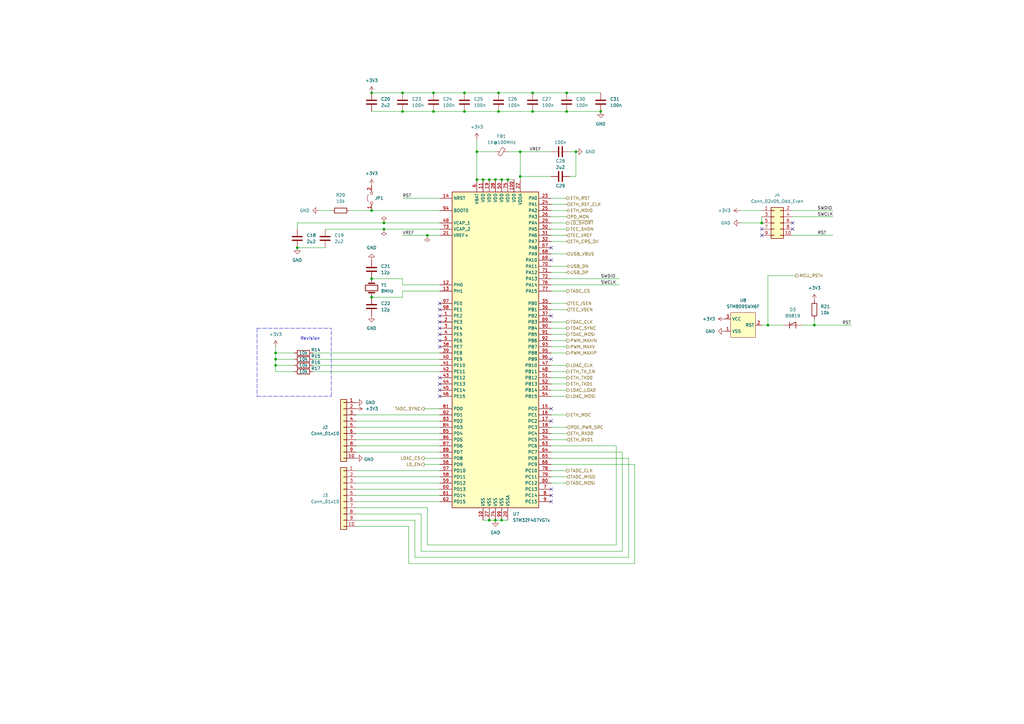
<source format=kicad_sch>
(kicad_sch (version 20211123) (generator eeschema)
  (paper "A3")
  (title_block (title "Kirdy") (date "2022-07-03") (rev "r0.1") (company "M-Labs") (comment 1 "Alex Wong Tat Hang"))
  (lib_symbols
    (symbol "Connector_Generic:Conn_01x10" (pin_names (offset 1.016) hide)
      (property "Reference" "J" (at 0 12.7 0))
      (property "Value" "Conn_01x10" (at 0 -15.24 0))
      (symbol "Conn_01x10_1_1"
        (rectangle (start -1.27 -12.573) (end 0 -12.827) (stroke (width 0.1524)))
        (rectangle (start -1.27 -10.033) (end 0 -10.287) (stroke (width 0.1524)))
        (rectangle (start -1.27 -7.493) (end 0 -7.747) (stroke (width 0.1524)))
        (rectangle (start -1.27 -4.953) (end 0 -5.207) (stroke (width 0.1524)))
        (rectangle (start -1.27 -2.413) (end 0 -2.667) (stroke (width 0.1524)))
        (rectangle (start -1.27 0.127) (end 0 -0.127) (stroke (width 0.1524)))
        (rectangle (start -1.27 2.667) (end 0 2.413) (stroke (width 0.1524)))
        (rectangle (start -1.27 5.207) (end 0 4.953) (stroke (width 0.1524)))
        (rectangle (start -1.27 7.747) (end 0 7.493) (stroke (width 0.1524)))
        (rectangle (start -1.27 10.287) (end 0 10.033) (stroke (width 0.1524)))
        (rectangle (start -1.27 11.43) (end 1.27 -13.97) (stroke (width 0.254)) (fill (type background)))
        (pin passive line (at -5.08 10.16 0) (length 3.81) (name "Pin_1") (number "1"))
        (pin passive line (at -5.08 -12.7 0) (length 3.81) (name "Pin_10") (number "10"))
        (pin passive line (at -5.08 7.62 0) (length 3.81) (name "Pin_2") (number "2"))
        (pin passive line (at -5.08 5.08 0) (length 3.81) (name "Pin_3") (number "3"))
        (pin passive line (at -5.08 2.54 0) (length 3.81) (name "Pin_4") (number "4"))
        (pin passive line (at -5.08 0 0) (length 3.81) (name "Pin_5") (number "5"))
        (pin passive line (at -5.08 -2.54 0) (length 3.81) (name "Pin_6") (number "6"))
        (pin passive line (at -5.08 -5.08 0) (length 3.81) (name "Pin_7") (number "7"))
        (pin passive line (at -5.08 -7.62 0) (length 3.81) (name "Pin_8") (number "8"))
        (pin passive line (at -5.08 -10.16 0) (length 3.81) (name "Pin_9") (number "9"))
      )
    )
    (symbol "Connector_Generic:Conn_02x05_Odd_Even" (pin_names (offset 1.016) hide)
      (property "Reference" "J" (at 1.27 7.62 0))
      (property "Value" "Conn_02x05_Odd_Even" (at 1.27 -7.62 0))
      (symbol "Conn_02x05_Odd_Even_1_1"
        (rectangle (start -1.27 -4.953) (end 0 -5.207) (stroke (width 0.1524)))
        (rectangle (start -1.27 -2.413) (end 0 -2.667) (stroke (width 0.1524)))
        (rectangle (start -1.27 0.127) (end 0 -0.127) (stroke (width 0.1524)))
        (rectangle (start -1.27 2.667) (end 0 2.413) (stroke (width 0.1524)))
        (rectangle (start -1.27 5.207) (end 0 4.953) (stroke (width 0.1524)))
        (rectangle (start -1.27 6.35) (end 3.81 -6.35) (stroke (width 0.254)) (fill (type background)))
        (rectangle (start 3.81 -4.953) (end 2.54 -5.207) (stroke (width 0.1524)))
        (rectangle (start 3.81 -2.413) (end 2.54 -2.667) (stroke (width 0.1524)))
        (rectangle (start 3.81 0.127) (end 2.54 -0.127) (stroke (width 0.1524)))
        (rectangle (start 3.81 2.667) (end 2.54 2.413) (stroke (width 0.1524)))
        (rectangle (start 3.81 5.207) (end 2.54 4.953) (stroke (width 0.1524)))
        (pin passive line (at -5.08 5.08 0) (length 3.81) (name "Pin_1") (number "1"))
        (pin passive line (at 7.62 -5.08 180) (length 3.81) (name "Pin_10") (number "10"))
        (pin passive line (at 7.62 5.08 180) (length 3.81) (name "Pin_2") (number "2"))
        (pin passive line (at -5.08 2.54 0) (length 3.81) (name "Pin_3") (number "3"))
        (pin passive line (at 7.62 2.54 180) (length 3.81) (name "Pin_4") (number "4"))
        (pin passive line (at -5.08 0 0) (length 3.81) (name "Pin_5") (number "5"))
        (pin passive line (at 7.62 0 180) (length 3.81) (name "Pin_6") (number "6"))
        (pin passive line (at -5.08 -2.54 0) (length 3.81) (name "Pin_7") (number "7"))
        (pin passive line (at 7.62 -2.54 180) (length 3.81) (name "Pin_8") (number "8"))
        (pin passive line (at -5.08 -5.08 0) (length 3.81) (name "Pin_9") (number "9"))
      )
    )
    (symbol "Device:C" (pin_numbers hide) (pin_names (offset 0.254))
      (property "Reference" "C" (at 0.635 2.54 0))
      (property "Value" "C" (at 0.635 -2.54 0))
      (symbol "C_0_1"
        (polyline (pts (xy -2.032 -0.762) (xy 2.032 -0.762)) (stroke (width 0.508)))
        (polyline (pts (xy -2.032 0.762) (xy 2.032 0.762)) (stroke (width 0.508)))
      )
      (symbol "C_1_1"
        (pin passive line (at 0 3.81 270) (length 2.794) (name "~") (number "1"))
        (pin passive line (at 0 -3.81 90) (length 2.794) (name "~") (number "2"))
      )
    )
    (symbol "Device:Crystal" (pin_numbers hide) (pin_names (offset 1.016) hide)
      (property "Reference" "Y" (at 0 3.81 0))
      (property "Value" "Crystal" (at 0 -3.81 0))
      (symbol "Crystal_0_1"
        (rectangle (start -1.143 2.54) (end 1.143 -2.54) (stroke (width 0.3048)))
        (polyline (pts (xy -2.54 0) (xy -1.905 0)))
        (polyline (pts (xy -1.905 -1.27) (xy -1.905 1.27)) (stroke (width 0.508)))
        (polyline (pts (xy 1.905 -1.27) (xy 1.905 1.27)) (stroke (width 0.508)))
        (polyline (pts (xy 2.54 0) (xy 1.905 0)))
      )
      (symbol "Crystal_1_1"
        (pin passive line (at -3.81 0 0) (length 1.27) (name "1") (number "1"))
        (pin passive line (at 3.81 0 180) (length 1.27) (name "2") (number "2"))
      )
    )
    (symbol "Device:D_Shockley" (pin_numbers hide) (pin_names (offset 1.016) hide)
      (property "Reference" "D" (at 0 2.54 0))
      (property "Value" "D_Shockley" (at 0 -2.54 0))
      (symbol "D_Shockley_0_1"
        (polyline (pts (xy -1.27 0) (xy 1.27 0)))
        (polyline (pts (xy -1.27 1.27) (xy -1.27 -1.27)) (stroke (width 0.254)))
        (polyline (pts (xy -1.27 0) (xy 1.27 1.27) (xy 1.27 -1.27)) (stroke (width 0.254)))
      )
      (symbol "D_Shockley_1_1"
        (pin passive line (at -3.81 0 0) (length 2.54) (name "K") (number "1"))
        (pin passive line (at 3.81 0 180) (length 2.54) (name "A") (number "2"))
      )
    )
    (symbol "Device:FerriteBead_Small" (pin_numbers hide) (pin_names (offset 0))
      (property "Reference" "FB" (at 1.905 1.27 0))
      (property "Value" "FerriteBead_Small" (at 1.905 -1.27 0))
      (symbol "FerriteBead_Small_0_1"
        (polyline (pts (xy 0 -1.27) (xy 0 -0.7874)))
        (polyline (pts (xy 0 0.889) (xy 0 1.2954)))
        (polyline (pts (xy -1.8288 0.2794) (xy -1.1176 1.4986) (xy 1.8288 -0.2032) (xy 1.1176 -1.4224) (xy -1.8288 0.2794)))
      )
      (symbol "FerriteBead_Small_1_1"
        (pin passive line (at 0 2.54 270) (length 1.27) (name "~") (number "1"))
        (pin passive line (at 0 -2.54 90) (length 1.27) (name "~") (number "2"))
      )
    )
    (symbol "Device:R" (pin_numbers hide) (pin_names (offset 0))
      (property "Reference" "R" (at 2.032 0 90))
      (property "Value" "R" (at 0 0 90))
      (symbol "R_0_1"
        (rectangle (start -1.016 -2.54) (end 1.016 2.54) (stroke (width 0.254)))
      )
      (symbol "R_1_1"
        (pin passive line (at 0 3.81 270) (length 1.27) (name "~") (number "1"))
        (pin passive line (at 0 -3.81 90) (length 1.27) (name "~") (number "2"))
      )
    )
    (symbol "Jumper:Jumper_2_Open" (pin_names (offset 0) hide)
      (property "Reference" "JP" (at 0 2.794 0))
      (property "Value" "Jumper_2_Open" (at 0 -2.286 0))
      (symbol "Jumper_2_Open_0_0"
        (circle (center -2.032 0) (radius 0.508))
        (circle (center 2.032 0) (radius 0.508))
      )
      (symbol "Jumper_2_Open_0_1"
        (arc (start 1.524 1.27) (mid 0 1.778) (end -1.524 1.27))
      )
      (symbol "Jumper_2_Open_1_1"
        (pin passive line (at -5.08 0 0) (length 2.54) (name "A") (number "1"))
        (pin passive line (at 5.08 0 180) (length 2.54) (name "B") (number "2"))
      )
    )
    (symbol "MCU_ST_STM32F4:STM32F407VGTx"
      (property "Reference" "U" (at -17.78 64.77 0))
      (property "Value" "STM32F407VGTx" (at 12.7 64.77 0))
      (symbol "STM32F407VGTx_0_1"
        (rectangle (start -17.78 -66.04) (end 17.78 63.5) (stroke (width 0.254)) (fill (type background)))
      )
      (symbol "STM32F407VGTx_1_1"
        (pin bidirectional line (at -22.86 12.7 0) (length 5.08) (name "PE2") (number "1"))
        (pin power_in line (at -5.08 -71.12 90) (length 5.08) (name "VSS") (number "10"))
        (pin power_in line (at 7.62 68.58 270) (length 5.08) (name "VDD") (number "100"))
        (pin power_in line (at -5.08 68.58 270) (length 5.08) (name "VDD") (number "11"))
        (pin input line (at -22.86 25.4 0) (length 5.08) (name "PH0") (number "12"))
        (pin input line (at -22.86 22.86 0) (length 5.08) (name "PH1") (number "13"))
        (pin input line (at -22.86 60.96 0) (length 5.08) (name "NRST") (number "14"))
        (pin bidirectional line (at 22.86 -25.4 180) (length 5.08) (name "PC0") (number "15"))
        (pin bidirectional line (at 22.86 -27.94 180) (length 5.08) (name "PC1") (number "16"))
        (pin bidirectional line (at 22.86 -30.48 180) (length 5.08) (name "PC2") (number "17"))
        (pin bidirectional line (at 22.86 -33.02 180) (length 5.08) (name "PC3") (number "18"))
        (pin power_in line (at -2.54 68.58 270) (length 5.08) (name "VDD") (number "19"))
        (pin bidirectional line (at -22.86 10.16 0) (length 5.08) (name "PE3") (number "2"))
        (pin power_in line (at 5.08 -71.12 90) (length 5.08) (name "VSSA") (number "20"))
        (pin power_in line (at -22.86 45.72 0) (length 5.08) (name "VREF+") (number "21"))
        (pin power_in line (at 10.16 68.58 270) (length 5.08) (name "VDDA") (number "22"))
        (pin bidirectional line (at 22.86 60.96 180) (length 5.08) (name "PA0") (number "23"))
        (pin bidirectional line (at 22.86 58.42 180) (length 5.08) (name "PA1") (number "24"))
        (pin bidirectional line (at 22.86 55.88 180) (length 5.08) (name "PA2") (number "25"))
        (pin bidirectional line (at 22.86 53.34 180) (length 5.08) (name "PA3") (number "26"))
        (pin power_in line (at -2.54 -71.12 90) (length 5.08) (name "VSS") (number "27"))
        (pin power_in line (at 0 68.58 270) (length 5.08) (name "VDD") (number "28"))
        (pin bidirectional line (at 22.86 50.8 180) (length 5.08) (name "PA4") (number "29"))
        (pin bidirectional line (at -22.86 7.62 0) (length 5.08) (name "PE4") (number "3"))
        (pin bidirectional line (at 22.86 48.26 180) (length 5.08) (name "PA5") (number "30"))
        (pin bidirectional line (at 22.86 45.72 180) (length 5.08) (name "PA6") (number "31"))
        (pin bidirectional line (at 22.86 43.18 180) (length 5.08) (name "PA7") (number "32"))
        (pin bidirectional line (at 22.86 -35.56 180) (length 5.08) (name "PC4") (number "33"))
        (pin bidirectional line (at 22.86 -38.1 180) (length 5.08) (name "PC5") (number "34"))
        (pin bidirectional line (at 22.86 17.78 180) (length 5.08) (name "PB0") (number "35"))
        (pin bidirectional line (at 22.86 15.24 180) (length 5.08) (name "PB1") (number "36"))
        (pin bidirectional line (at 22.86 12.7 180) (length 5.08) (name "PB2") (number "37"))
        (pin bidirectional line (at -22.86 0 0) (length 5.08) (name "PE7") (number "38"))
        (pin bidirectional line (at -22.86 -2.54 0) (length 5.08) (name "PE8") (number "39"))
        (pin bidirectional line (at -22.86 5.08 0) (length 5.08) (name "PE5") (number "4"))
        (pin bidirectional line (at -22.86 -5.08 0) (length 5.08) (name "PE9") (number "40"))
        (pin bidirectional line (at -22.86 -7.62 0) (length 5.08) (name "PE10") (number "41"))
        (pin bidirectional line (at -22.86 -10.16 0) (length 5.08) (name "PE11") (number "42"))
        (pin bidirectional line (at -22.86 -12.7 0) (length 5.08) (name "PE12") (number "43"))
        (pin bidirectional line (at -22.86 -15.24 0) (length 5.08) (name "PE13") (number "44"))
        (pin bidirectional line (at -22.86 -17.78 0) (length 5.08) (name "PE14") (number "45"))
        (pin bidirectional line (at -22.86 -20.32 0) (length 5.08) (name "PE15") (number "46"))
        (pin bidirectional line (at 22.86 -7.62 180) (length 5.08) (name "PB10") (number "47"))
        (pin bidirectional line (at 22.86 -10.16 180) (length 5.08) (name "PB11") (number "48"))
        (pin power_in line (at -22.86 50.8 0) (length 5.08) (name "VCAP_1") (number "49"))
        (pin bidirectional line (at -22.86 2.54 0) (length 5.08) (name "PE6") (number "5"))
        (pin power_in line (at 2.54 68.58 270) (length 5.08) (name "VDD") (number "50"))
        (pin bidirectional line (at 22.86 -12.7 180) (length 5.08) (name "PB12") (number "51"))
        (pin bidirectional line (at 22.86 -15.24 180) (length 5.08) (name "PB13") (number "52"))
        (pin bidirectional line (at 22.86 -17.78 180) (length 5.08) (name "PB14") (number "53"))
        (pin bidirectional line (at 22.86 -20.32 180) (length 5.08) (name "PB15") (number "54"))
        (pin bidirectional line (at -22.86 -45.72 0) (length 5.08) (name "PD8") (number "55"))
        (pin bidirectional line (at -22.86 -48.26 0) (length 5.08) (name "PD9") (number "56"))
        (pin bidirectional line (at -22.86 -50.8 0) (length 5.08) (name "PD10") (number "57"))
        (pin bidirectional line (at -22.86 -53.34 0) (length 5.08) (name "PD11") (number "58"))
        (pin bidirectional line (at -22.86 -55.88 0) (length 5.08) (name "PD12") (number "59"))
        (pin power_in line (at -7.62 68.58 270) (length 5.08) (name "VBAT") (number "6"))
        (pin bidirectional line (at -22.86 -58.42 0) (length 5.08) (name "PD13") (number "60"))
        (pin bidirectional line (at -22.86 -60.96 0) (length 5.08) (name "PD14") (number "61"))
        (pin bidirectional line (at -22.86 -63.5 0) (length 5.08) (name "PD15") (number "62"))
        (pin bidirectional line (at 22.86 -40.64 180) (length 5.08) (name "PC6") (number "63"))
        (pin bidirectional line (at 22.86 -43.18 180) (length 5.08) (name "PC7") (number "64"))
        (pin bidirectional line (at 22.86 -45.72 180) (length 5.08) (name "PC8") (number "65"))
        (pin bidirectional line (at 22.86 -48.26 180) (length 5.08) (name "PC9") (number "66"))
        (pin bidirectional line (at 22.86 40.64 180) (length 5.08) (name "PA8") (number "67"))
        (pin bidirectional line (at 22.86 38.1 180) (length 5.08) (name "PA9") (number "68"))
        (pin bidirectional line (at 22.86 35.56 180) (length 5.08) (name "PA10") (number "69"))
        (pin bidirectional line (at 22.86 -58.42 180) (length 5.08) (name "PC13") (number "7"))
        (pin bidirectional line (at 22.86 33.02 180) (length 5.08) (name "PA11") (number "70"))
        (pin bidirectional line (at 22.86 30.48 180) (length 5.08) (name "PA12") (number "71"))
        (pin bidirectional line (at 22.86 27.94 180) (length 5.08) (name "PA13") (number "72"))
        (pin power_in line (at -22.86 48.26 0) (length 5.08) (name "VCAP_2") (number "73"))
        (pin power_in line (at 0 -71.12 90) (length 5.08) (name "VSS") (number "74"))
        (pin power_in line (at 5.08 68.58 270) (length 5.08) (name "VDD") (number "75"))
        (pin bidirectional line (at 22.86 25.4 180) (length 5.08) (name "PA14") (number "76"))
        (pin bidirectional line (at 22.86 22.86 180) (length 5.08) (name "PA15") (number "77"))
        (pin bidirectional line (at 22.86 -50.8 180) (length 5.08) (name "PC10") (number "78"))
        (pin bidirectional line (at 22.86 -53.34 180) (length 5.08) (name "PC11") (number "79"))
        (pin bidirectional line (at 22.86 -60.96 180) (length 5.08) (name "PC14") (number "8"))
        (pin bidirectional line (at 22.86 -55.88 180) (length 5.08) (name "PC12") (number "80"))
        (pin bidirectional line (at -22.86 -25.4 0) (length 5.08) (name "PD0") (number "81"))
        (pin bidirectional line (at -22.86 -27.94 0) (length 5.08) (name "PD1") (number "82"))
        (pin bidirectional line (at -22.86 -30.48 0) (length 5.08) (name "PD2") (number "83"))
        (pin bidirectional line (at -22.86 -33.02 0) (length 5.08) (name "PD3") (number "84"))
        (pin bidirectional line (at -22.86 -35.56 0) (length 5.08) (name "PD4") (number "85"))
        (pin bidirectional line (at -22.86 -38.1 0) (length 5.08) (name "PD5") (number "86"))
        (pin bidirectional line (at -22.86 -40.64 0) (length 5.08) (name "PD6") (number "87"))
        (pin bidirectional line (at -22.86 -43.18 0) (length 5.08) (name "PD7") (number "88"))
        (pin bidirectional line (at 22.86 10.16 180) (length 5.08) (name "PB3") (number "89"))
        (pin bidirectional line (at 22.86 -63.5 180) (length 5.08) (name "PC15") (number "9"))
        (pin bidirectional line (at 22.86 7.62 180) (length 5.08) (name "PB4") (number "90"))
        (pin bidirectional line (at 22.86 5.08 180) (length 5.08) (name "PB5") (number "91"))
        (pin bidirectional line (at 22.86 2.54 180) (length 5.08) (name "PB6") (number "92"))
        (pin bidirectional line (at 22.86 0 180) (length 5.08) (name "PB7") (number "93"))
        (pin input line (at -22.86 55.88 0) (length 5.08) (name "BOOT0") (number "94"))
        (pin bidirectional line (at 22.86 -2.54 180) (length 5.08) (name "PB8") (number "95"))
        (pin bidirectional line (at 22.86 -5.08 180) (length 5.08) (name "PB9") (number "96"))
        (pin bidirectional line (at -22.86 17.78 0) (length 5.08) (name "PE0") (number "97"))
        (pin bidirectional line (at -22.86 15.24 0) (length 5.08) (name "PE1") (number "98"))
        (pin power_in line (at 2.54 -71.12 90) (length 5.08) (name "VSS") (number "99"))
      )
    )
    (symbol "kirdy:STM809SWX6F"
      (property "Reference" "U" (at 0 -10.16 0))
      (property "Value" "STM809SWX6F" (at 0 -7.62 0))
      (symbol "STM809SWX6F_0_0"
        (pin power_in line (at -7.62 -2.54 0) (length 2.54) (name "VSS") (number "1"))
        (pin output line (at 7.62 0 180) (length 2.54) (name "RST") (number "2"))
        (pin power_in line (at -7.62 2.54 0) (length 2.54) (name "VCC") (number "3"))
      )
      (symbol "STM809SWX6F_0_1"
        (rectangle (start -5.08 5.08) (end 5.08 -5.08) (fill (type background)))
      )
    )
    (symbol "power:+3V3" (power) (pin_names (offset 0))
      (property "Value" "+3V3" (at 0 3.556 0))
      (symbol "+3V3_0_1"
        (polyline (pts (xy -0.762 1.27) (xy 0 2.54)))
        (polyline (pts (xy 0 0) (xy 0 2.54)))
        (polyline (pts (xy 0 2.54) (xy 0.762 1.27)))
      )
      (symbol "+3V3_1_1"
        (pin power_in line (at 0 0 90) (length 0) hide (name "+3V3") (number "1"))
      )
    )
    (symbol "power:GND" (power) (pin_names (offset 0))
      (property "Value" "GND" (at 0 -3.81 0))
      (symbol "GND_0_1"
        (polyline (pts (xy 0 0) (xy 0 -1.27) (xy 1.27 -1.27) (xy 0 -2.54) (xy -1.27 -1.27) (xy 0 -1.27)))
      )
      (symbol "GND_1_1"
        (pin power_in line (at 0 0 270) (length 0) hide (name "GND") (number "1"))
      )
    )
    (symbol "power:PWR_FLAG" (power) (pin_numbers hide) (pin_names (offset 0) hide)
      (property "Value" "PWR_FLAG" (at 0 3.81 0))
      (symbol "PWR_FLAG_0_0"
        (pin power_out line (at 0 0 90) (length 0) (name "pwr") (number "1"))
      )
      (symbol "PWR_FLAG_0_1"
        (polyline (pts (xy 0 0) (xy 0 1.27) (xy -1.016 1.905) (xy 0 2.54) (xy 1.016 1.905) (xy 0 1.27)))
      )
    )
  )
  (junction (at 165.1 38.1))
  (junction (at 152.4 114.3))
  (junction (at 198.12 73.66))
  (junction (at 157.48 93.98))
  (junction (at 205.74 213.36))
  (junction (at 177.8 38.1))
  (junction (at 213.36 72.39))
  (junction (at 236.22 62.23))
  (junction (at 152.4 38.1))
  (junction (at 195.58 73.66))
  (junction (at 121.92 101.6))
  (junction (at 200.66 73.66))
  (junction (at 203.2 213.36))
  (junction (at 175.26 96.52))
  (junction (at 204.47 38.1))
  (junction (at 152.4 86.36))
  (junction (at 177.8 45.72))
  (junction (at 232.41 45.72))
  (junction (at 314.96 133.35))
  (junction (at 200.66 213.36))
  (junction (at 157.48 91.44))
  (junction (at 208.28 73.66))
  (junction (at 113.03 144.78))
  (junction (at 190.5 45.72))
  (junction (at 165.1 45.72))
  (junction (at 203.2 73.66))
  (junction (at 232.41 38.1))
  (junction (at 334.01 133.35))
  (junction (at 213.36 62.23))
  (junction (at 190.5 38.1))
  (junction (at 204.47 45.72))
  (junction (at 113.03 147.32))
  (junction (at 218.44 38.1))
  (junction (at 246.38 45.72))
  (junction (at 205.74 73.66))
  (junction (at 152.4 121.92))
  (junction (at 195.58 62.23))
  (junction (at 312.42 91.44))
  (junction (at 218.44 45.72))
  (junction (at 113.03 149.86))
  (no_connect (at 312.42 96.52))
  (no_connect (at 325.12 93.98))
  (no_connect (at 325.12 91.44))
  (no_connect (at 180.34 157.48))
  (no_connect (at 180.34 154.94))
  (no_connect (at 312.42 93.98))
  (no_connect (at 226.06 172.72))
  (no_connect (at 226.06 101.6))
  (no_connect (at 226.06 200.66))
  (no_connect (at 226.06 203.2))
  (no_connect (at 226.06 205.74))
  (no_connect (at 226.06 106.68))
  (no_connect (at 226.06 129.54))
  (no_connect (at 180.34 129.54))
  (no_connect (at 180.34 124.46))
  (no_connect (at 180.34 127))
  (no_connect (at 226.06 147.32))
  (no_connect (at 226.06 167.64))
  (no_connect (at 180.34 162.56))
  (no_connect (at 180.34 160.02))
  (no_connect (at 180.34 132.08))
  (no_connect (at 180.34 134.62))
  (no_connect (at 180.34 137.16))
  (no_connect (at 180.34 139.7))
  (no_connect (at 180.34 142.24))
  (wire (pts (xy 226.06 180.34) (xy 232.41 180.34)))
  (wire (pts (xy 146.05 205.74) (xy 180.34 205.74)))
  (wire (pts (xy 226.06 170.18) (xy 232.41 170.18)))
  (wire (pts (xy 226.06 160.02) (xy 232.41 160.02)))
  (wire (pts (xy 226.06 99.06) (xy 232.41 99.06)))
  (wire (pts (xy 165.1 116.84) (xy 180.34 116.84)))
  (wire (pts (xy 226.06 104.14) (xy 232.41 104.14)))
  (wire (pts (xy 146.05 203.2) (xy 180.34 203.2)))
  (wire (pts (xy 226.06 86.36) (xy 232.41 86.36)))
  (polyline (pts (xy 105.41 162.56) (xy 135.89 162.56)))
  (wire (pts (xy 175.26 96.52) (xy 180.34 96.52)))
  (wire (pts (xy 257.81 187.96) (xy 257.81 228.6)))
  (wire (pts (xy 198.12 213.36) (xy 200.66 213.36)))
  (wire (pts (xy 218.44 45.72) (xy 232.41 45.72)))
  (wire (pts (xy 312.42 88.9) (xy 312.42 91.44)))
  (wire (pts (xy 165.1 81.28) (xy 180.34 81.28)))
  (wire (pts (xy 233.68 72.39) (xy 236.22 72.39)))
  (wire (pts (xy 172.72 226.06) (xy 172.72 210.82)))
  (wire (pts (xy 146.05 172.72) (xy 180.34 172.72)))
  (wire (pts (xy 195.58 62.23) (xy 203.2 62.23)))
  (wire (pts (xy 175.26 223.52) (xy 175.26 208.28)))
  (wire (pts (xy 121.92 101.6) (xy 133.35 101.6)))
  (wire (pts (xy 175.26 208.28) (xy 146.05 208.28)))
  (wire (pts (xy 173.99 187.96) (xy 180.34 187.96)))
  (wire (pts (xy 325.12 96.52) (xy 341.63 96.52)))
  (wire (pts (xy 203.2 213.36) (xy 205.74 213.36)))
  (wire (pts (xy 328.93 133.35) (xy 334.01 133.35)))
  (wire (pts (xy 312.42 133.35) (xy 314.96 133.35)))
  (wire (pts (xy 226.06 139.7) (xy 232.41 139.7)))
  (polyline (pts (xy 135.89 162.56) (xy 135.89 134.62)))
  (wire (pts (xy 226.06 116.84) (xy 254 116.84)))
  (wire (pts (xy 170.18 228.6) (xy 170.18 213.36)))
  (wire (pts (xy 204.47 38.1) (xy 218.44 38.1)))
  (wire (pts (xy 113.03 152.4) (xy 120.65 152.4)))
  (wire (pts (xy 128.27 149.86) (xy 180.34 149.86)))
  (wire (pts (xy 260.35 231.14) (xy 167.64 231.14)))
  (wire (pts (xy 113.03 149.86) (xy 120.65 149.86)))
  (wire (pts (xy 152.4 45.72) (xy 165.1 45.72)))
  (wire (pts (xy 157.48 93.98) (xy 180.34 93.98)))
  (wire (pts (xy 314.96 113.03) (xy 326.39 113.03)))
  (wire (pts (xy 128.27 147.32) (xy 180.34 147.32)))
  (wire (pts (xy 165.1 119.38) (xy 165.1 121.92)))
  (wire (pts (xy 208.28 62.23) (xy 213.36 62.23)))
  (wire (pts (xy 146.05 170.18) (xy 180.34 170.18)))
  (wire (pts (xy 146.05 193.04) (xy 180.34 193.04)))
  (wire (pts (xy 167.64 215.9) (xy 146.05 215.9)))
  (wire (pts (xy 133.35 93.98) (xy 157.48 93.98)))
  (wire (pts (xy 226.06 177.8) (xy 232.41 177.8)))
  (wire (pts (xy 226.06 193.04) (xy 232.41 193.04)))
  (wire (pts (xy 334.01 133.35) (xy 334.01 130.81)))
  (wire (pts (xy 170.18 213.36) (xy 146.05 213.36)))
  (wire (pts (xy 113.03 147.32) (xy 113.03 149.86)))
  (wire (pts (xy 334.01 133.35) (xy 349.25 133.35)))
  (wire (pts (xy 255.27 226.06) (xy 172.72 226.06)))
  (wire (pts (xy 226.06 154.94) (xy 232.41 154.94)))
  (wire (pts (xy 146.05 195.58) (xy 180.34 195.58)))
  (wire (pts (xy 213.36 62.23) (xy 213.36 72.39)))
  (wire (pts (xy 226.06 111.76) (xy 232.41 111.76)))
  (wire (pts (xy 226.06 134.62) (xy 232.41 134.62)))
  (wire (pts (xy 226.06 182.88) (xy 252.73 182.88)))
  (wire (pts (xy 226.06 187.96) (xy 257.81 187.96)))
  (wire (pts (xy 226.06 149.86) (xy 232.41 149.86)))
  (wire (pts (xy 252.73 223.52) (xy 175.26 223.52)))
  (wire (pts (xy 314.96 133.35) (xy 321.31 133.35)))
  (wire (pts (xy 226.06 137.16) (xy 232.41 137.16)))
  (wire (pts (xy 226.06 185.42) (xy 255.27 185.42)))
  (wire (pts (xy 226.06 93.98) (xy 232.41 93.98)))
  (wire (pts (xy 177.8 38.1) (xy 190.5 38.1)))
  (wire (pts (xy 200.66 213.36) (xy 203.2 213.36)))
  (wire (pts (xy 252.73 182.88) (xy 252.73 223.52)))
  (wire (pts (xy 203.2 73.66) (xy 205.74 73.66)))
  (wire (pts (xy 195.58 62.23) (xy 195.58 73.66)))
  (wire (pts (xy 233.68 62.23) (xy 236.22 62.23)))
  (wire (pts (xy 146.05 182.88) (xy 180.34 182.88)))
  (wire (pts (xy 177.8 45.72) (xy 190.5 45.72)))
  (wire (pts (xy 226.06 190.5) (xy 260.35 190.5)))
  (wire (pts (xy 146.05 175.26) (xy 180.34 175.26)))
  (wire (pts (xy 226.06 198.12) (xy 232.41 198.12)))
  (wire (pts (xy 232.41 38.1) (xy 246.38 38.1)))
  (wire (pts (xy 195.58 73.66) (xy 198.12 73.66)))
  (wire (pts (xy 213.36 62.23) (xy 226.06 62.23)))
  (wire (pts (xy 165.1 121.92) (xy 152.4 121.92)))
  (wire (pts (xy 113.03 144.78) (xy 113.03 147.32)))
  (wire (pts (xy 152.4 86.36) (xy 180.34 86.36)))
  (wire (pts (xy 198.12 73.66) (xy 200.66 73.66)))
  (wire (pts (xy 113.03 144.78) (xy 120.65 144.78)))
  (wire (pts (xy 113.03 149.86) (xy 113.03 152.4)))
  (wire (pts (xy 213.36 72.39) (xy 213.36 73.66)))
  (wire (pts (xy 226.06 124.46) (xy 232.41 124.46)))
  (wire (pts (xy 226.06 152.4) (xy 232.41 152.4)))
  (wire (pts (xy 325.12 86.36) (xy 341.63 86.36)))
  (polyline (pts (xy 105.41 134.62) (xy 105.41 162.56)))
  (wire (pts (xy 226.06 195.58) (xy 232.41 195.58)))
  (wire (pts (xy 146.05 198.12) (xy 180.34 198.12)))
  (wire (pts (xy 165.1 96.52) (xy 175.26 96.52)))
  (wire (pts (xy 113.03 147.32) (xy 120.65 147.32)))
  (wire (pts (xy 208.28 73.66) (xy 210.82 73.66)))
  (wire (pts (xy 165.1 45.72) (xy 177.8 45.72)))
  (wire (pts (xy 165.1 119.38) (xy 180.34 119.38)))
  (wire (pts (xy 226.06 142.24) (xy 232.41 142.24)))
  (wire (pts (xy 165.1 116.84) (xy 165.1 114.3)))
  (wire (pts (xy 226.06 132.08) (xy 232.41 132.08)))
  (wire (pts (xy 121.92 93.98) (xy 121.92 91.44)))
  (wire (pts (xy 146.05 185.42) (xy 180.34 185.42)))
  (wire (pts (xy 213.36 72.39) (xy 226.06 72.39)))
  (wire (pts (xy 236.22 72.39) (xy 236.22 62.23)))
  (wire (pts (xy 205.74 73.66) (xy 208.28 73.66)))
  (wire (pts (xy 157.48 91.44) (xy 180.34 91.44)))
  (wire (pts (xy 226.06 109.22) (xy 232.41 109.22)))
  (wire (pts (xy 113.03 142.24) (xy 113.03 144.78)))
  (wire (pts (xy 146.05 200.66) (xy 180.34 200.66)))
  (wire (pts (xy 303.53 91.44) (xy 312.42 91.44)))
  (wire (pts (xy 218.44 38.1) (xy 232.41 38.1)))
  (wire (pts (xy 226.06 175.26) (xy 232.41 175.26)))
  (wire (pts (xy 226.06 88.9) (xy 232.41 88.9)))
  (wire (pts (xy 232.41 45.72) (xy 246.38 45.72)))
  (wire (pts (xy 314.96 133.35) (xy 314.96 113.03)))
  (wire (pts (xy 226.06 96.52) (xy 232.41 96.52)))
  (wire (pts (xy 195.58 57.15) (xy 195.58 62.23)))
  (wire (pts (xy 226.06 119.38) (xy 232.41 119.38)))
  (wire (pts (xy 173.99 190.5) (xy 180.34 190.5)))
  (wire (pts (xy 190.5 38.1) (xy 204.47 38.1)))
  (wire (pts (xy 165.1 38.1) (xy 177.8 38.1)))
  (wire (pts (xy 260.35 190.5) (xy 260.35 231.14)))
  (wire (pts (xy 152.4 38.1) (xy 165.1 38.1)))
  (wire (pts (xy 204.47 45.72) (xy 218.44 45.72)))
  (wire (pts (xy 257.81 228.6) (xy 170.18 228.6)))
  (wire (pts (xy 226.06 127) (xy 232.41 127)))
  (wire (pts (xy 146.05 180.34) (xy 180.34 180.34)))
  (wire (pts (xy 226.06 81.28) (xy 232.41 81.28)))
  (wire (pts (xy 226.06 83.82) (xy 232.41 83.82)))
  (wire (pts (xy 205.74 213.36) (xy 208.28 213.36)))
  (wire (pts (xy 303.53 86.36) (xy 312.42 86.36)))
  (wire (pts (xy 226.06 144.78) (xy 232.41 144.78)))
  (wire (pts (xy 172.72 210.82) (xy 146.05 210.82)))
  (wire (pts (xy 165.1 114.3) (xy 152.4 114.3)))
  (polyline (pts (xy 105.41 134.62) (xy 135.89 134.62)))
  (wire (pts (xy 143.51 86.36) (xy 152.4 86.36)))
  (wire (pts (xy 226.06 91.44) (xy 232.41 91.44)))
  (wire (pts (xy 130.81 86.36) (xy 135.89 86.36)))
  (wire (pts (xy 121.92 91.44) (xy 157.48 91.44)))
  (wire (pts (xy 226.06 162.56) (xy 232.41 162.56)))
  (wire (pts (xy 190.5 45.72) (xy 204.47 45.72)))
  (wire (pts (xy 128.27 144.78) (xy 180.34 144.78)))
  (wire (pts (xy 226.06 114.3) (xy 254 114.3)))
  (wire (pts (xy 226.06 157.48) (xy 232.41 157.48)))
  (wire (pts (xy 167.64 231.14) (xy 167.64 215.9)))
  (wire (pts (xy 255.27 185.42) (xy 255.27 226.06)))
  (wire (pts (xy 146.05 177.8) (xy 180.34 177.8)))
  (wire (pts (xy 325.12 88.9) (xy 341.63 88.9)))
  (wire (pts (xy 173.99 167.64) (xy 180.34 167.64)))
  (wire (pts (xy 128.27 152.4) (xy 180.34 152.4)))
  (wire (pts (xy 200.66 73.66) (xy 203.2 73.66)))
  (text "Revision\n" (at 123.19 139.7 0) (effects (font (size 1.27 1.27)) (justify left bottom)))
  (label "VREF" (at 217.17 62.23 0))
  (label "SWDIO" (at 246.38 114.3 0))
  (label "SWCLK" (at 335.28 88.9 0))
  (label "RST" (at 165.1 81.28 0))
  (label "SWDIO" (at 335.28 86.36 0))
  (label "VREF" (at 165.1 96.52 0))
  (label "RST" (at 345.44 133.35 0))
  (label "RST" (at 335.28 96.52 0))
  (label "SWCLK" (at 246.38 116.84 0))
  (hierarchical_label "USB_DP" (shape bidirectional) (at 232.41 111.76 0))
  (hierarchical_label "TEC_VREF" (shape input) (at 232.41 96.52 0))
  (hierarchical_label "ETH_REF_CLK" (shape input) (at 232.41 83.82 0))
  (hierarchical_label "USB_VBUS" (shape input) (at 232.41 104.14 0))
  (hierarchical_label "TADC_CLK" (shape output) (at 232.41 193.04 0))
  (hierarchical_label "TDAC_MOSI" (shape output) (at 232.41 137.16 0))
  (hierarchical_label "PWM_MAXIP" (shape output) (at 232.41 144.78 0))
  (hierarchical_label "USB_DN" (shape bidirectional) (at 232.41 109.22 0))
  (hierarchical_label "ETH_RST" (shape output) (at 232.41 81.28 0))
  (hierarchical_label "TEC_SHDN" (shape output) (at 232.41 93.98 0))
  (hierarchical_label "ETH_TXD1" (shape output) (at 232.41 157.48 0))
  (hierarchical_label "ETH_MDIO" (shape bidirectional) (at 232.41 86.36 0))
  (hierarchical_label "LDAC_MOSI" (shape output) (at 232.41 162.56 0))
  (hierarchical_label "PWM_MAXV" (shape output) (at 232.41 142.24 0))
  (hierarchical_label "POE_PWR_SRC" (shape input) (at 232.41 175.26 0))
  (hierarchical_label "MCU_RSTn" (shape output) (at 326.39 113.03 0))
  (hierarchical_label "TADC_CS" (shape output) (at 232.41 119.38 0))
  (hierarchical_label "ETH_RXD0" (shape input) (at 232.41 177.8 0))
  (hierarchical_label "TADC_MISO" (shape input) (at 232.41 195.58 0))
  (hierarchical_label "~{LD_SHORT}" (shape output) (at 232.41 91.44 0))
  (hierarchical_label "LDAC_CS" (shape output) (at 173.99 187.96 180))
  (hierarchical_label "TADC_MOSI" (shape output) (at 232.41 198.12 0))
  (hierarchical_label "ETH_CRS_DV" (shape input) (at 232.41 99.06 0))
  (hierarchical_label "LD_EN" (shape output) (at 173.99 190.5 180))
  (hierarchical_label "TADC_SYNC" (shape output) (at 173.99 167.64 180))
  (hierarchical_label "PWM_MAXIN" (shape output) (at 232.41 139.7 0))
  (hierarchical_label "TEC_ISEN" (shape input) (at 232.41 124.46 0))
  (hierarchical_label "TEC_VSEN" (shape input) (at 232.41 127 0))
  (hierarchical_label "ETH_TX_EN" (shape output) (at 232.41 152.4 0))
  (hierarchical_label "TDAC_SYNC" (shape output) (at 232.41 134.62 0))
  (hierarchical_label "ETH_TXD0" (shape output) (at 232.41 154.94 0))
  (hierarchical_label "PD_MON" (shape input) (at 232.41 88.9 0))
  (hierarchical_label "ETH_RXD1" (shape input) (at 232.41 180.34 0))
  (hierarchical_label "LDAC_LOAD" (shape output) (at 232.41 160.02 0))
  (hierarchical_label "ETH_MDC" (shape output) (at 232.41 170.18 0))
  (hierarchical_label "LDAC_CLK" (shape output) (at 232.41 149.86 0))
  (hierarchical_label "TDAC_CLK" (shape output) (at 232.41 132.08 0))
  (symbol (lib_id "Connector_Generic:Conn_02x05_Odd_Even") (at 317.5 91.44 0) (unit 1)
    (property "Reference" "J4" (at 318.77 80.01 0))
    (property "Value" "Conn_02x05_Odd_Even" (at 318.77 82.55 0))
    (property "Footprint" "Connector_PinHeader_1.27mm:PinHeader_2x05_P1.27mm_Vertical_SMD" (effects hide))
    (property "MFR_PN" "M50-3600542" (effects hide))
  )
  (symbol (lib_id "Device:FerriteBead_Small") (at 205.74 62.23 90) (unit 1)
    (property "Reference" "FB1" (at 205.7019 55.88 90))
    (property "Value" "1K@100MHz" (at 205.7019 58.42 90))
    (property "Footprint" "Inductor_SMD:L_1210_3225Metric" (effects hide))
    (property "MFR_PN" "FBMH3225HM102NT" (effects hide))
    (property "MFR_PN_ALT" "FBMH3225HM102NTV" (effects hide))
  )
  (symbol (lib_id "power:+3V3") (at 152.4 76.2 0) (unit 1)
    (property "Reference" "#PWR045" (effects hide))
    (property "Value" "+3V3" (at 152.4 71.12 0))
  )
  (symbol (lib_id "Device:C") (at 133.35 97.79 0) (unit 1)
    (property "Reference" "C19" (at 137.16 96.5199 0) (effects (justify left)))
    (property "Value" "2u2" (at 137.16 99.0599 0) (effects (justify left)))
    (property "Footprint" "Capacitor_SMD:C_0603_1608Metric" (effects hide))
    (property "MFR_PN" "CL10B225KP8NNNC" (effects hide))
    (property "MFR_PN_ALT" "CGA3E1X7R0J225K080AC" (effects hide))
  )
  (symbol (lib_id "Connector_Generic:Conn_01x10") (at 140.97 175.26 0) (mirror y) (unit 1)
    (property "Reference" "J2" (at 133.35 175.26 0))
    (property "Value" "Conn_01x10" (at 133.35 177.8 0))
    (property "Footprint" "Connector_PinHeader_2.54mm:PinHeader_1x10_P2.54mm_Vertical" (effects hide))
  )
  (symbol (lib_id "Device:R") (at 334.01 127 0) (unit 1)
    (property "Reference" "R21" (at 336.55 125.7299 0) (effects (justify left)))
    (property "Value" "10k" (at 336.55 128.2699 0) (effects (justify left)))
    (property "Footprint" "Resistor_SMD:R_0603_1608Metric" (effects hide))
    (property "MFR_PN" "RNCP0603FTD10K0" (effects hide))
    (property "MFR_PN_ALT" "RMCF0603FT10K0" (effects hide))
  )
  (symbol (lib_id "kirdy:STM809SWX6F") (at 304.8 133.35 0) (unit 1)
    (property "Reference" "U8" (at 304.8 123.19 0))
    (property "Value" "STM809SWX6F" (at 304.8 125.73 0))
    (property "Footprint" "Package_TO_SOT_SMD:SOT-23" (effects hide))
    (property "MFR_PN" "STM809SWX6F" (effects hide))
  )
  (symbol (lib_id "Device:C") (at 177.8 41.91 0) (unit 1)
    (property "Reference" "C24" (at 181.61 40.6399 0) (effects (justify left)))
    (property "Value" "100n" (at 181.61 43.1799 0) (effects (justify left)))
    (property "Footprint" "Capacitor_SMD:C_0603_1608Metric" (effects hide))
    (property "MFR_PN" "CL10B104KB8NNWC" (effects hide))
    (property "MFR_PN_ALT" "CL10B104KB8NNNL" (effects hide))
  )
  (symbol (lib_id "Device:C") (at 232.41 41.91 0) (unit 1)
    (property "Reference" "C30" (at 236.22 40.6399 0) (effects (justify left)))
    (property "Value" "100n" (at 236.22 43.1799 0) (effects (justify left)))
    (property "Footprint" "Capacitor_SMD:C_0603_1608Metric" (effects hide))
    (property "MFR_PN" "CL10B104KB8NNWC" (effects hide))
    (property "MFR_PN_ALT" "CL10B104KB8NNNL" (effects hide))
  )
  (symbol (lib_id "Device:R") (at 124.46 149.86 90) (unit 1)
    (property "Reference" "R16" (at 129.54 148.59 90))
    (property "Value" "10k" (at 124.46 149.86 90))
    (property "Footprint" "Resistor_SMD:R_0603_1608Metric" (effects hide))
    (property "MFR_PN" "RNCP0603FTD10K0" (effects hide))
    (property "MFR_PN_ALT" "RMCF0603FT10K0" (effects hide))
  )
  (symbol (lib_id "Device:C") (at 190.5 41.91 0) (unit 1)
    (property "Reference" "C25" (at 194.31 40.6399 0) (effects (justify left)))
    (property "Value" "100n" (at 194.31 43.1799 0) (effects (justify left)))
    (property "Footprint" "Capacitor_SMD:C_0603_1608Metric" (effects hide))
    (property "MFR_PN" "CL10B104KB8NNWC" (effects hide))
    (property "MFR_PN_ALT" "CL10B104KB8NNNL" (effects hide))
  )
  (symbol (lib_id "power:+3V3") (at 334.01 123.19 0) (unit 1)
    (property "Reference" "#PWR056" (effects hide))
    (property "Value" "+3V3" (at 334.01 118.11 0))
  )
  (symbol (lib_id "power:GND") (at 236.22 62.23 90) (unit 1)
    (property "Reference" "#PWR050" (effects hide))
    (property "Value" "GND" (at 240.03 62.2299 90) (effects (justify right)))
  )
  (symbol (lib_id "power:GND") (at 203.2 213.36 0) (unit 1)
    (property "Reference" "#PWR049" (effects hide))
    (property "Value" "GND" (at 203.2 218.44 0))
  )
  (symbol (lib_id "Device:C") (at 246.38 41.91 0) (unit 1)
    (property "Reference" "C31" (at 250.19 40.6399 0) (effects (justify left)))
    (property "Value" "100n" (at 250.19 43.1799 0) (effects (justify left)))
    (property "Footprint" "Capacitor_SMD:C_0603_1608Metric" (effects hide))
    (property "MFR_PN" "CL10B104KB8NNWC" (effects hide))
    (property "MFR_PN_ALT" "CL10B104KB8NNNL" (effects hide))
  )
  (symbol (lib_id "Jumper:Jumper_2_Open") (at 152.4 81.28 90) (unit 1)
    (property "Reference" "JP1" (at 153.67 81.28 90) (effects (justify right)))
    (property "Value" "DNP" (effects hide))
    (property "Footprint" "Connector_PinHeader_2.54mm:PinHeader_1x02_P2.54mm_Vertical" (effects hide))
  )
  (symbol (lib_id "power:+3V3") (at 303.53 86.36 90) (unit 1)
    (property "Reference" "#PWR054" (effects hide))
    (property "Value" "+3V3" (at 299.72 86.3599 90) (effects (justify left)))
  )
  (symbol (lib_id "Device:C") (at 218.44 41.91 0) (unit 1)
    (property "Reference" "C27" (at 222.25 40.6399 0) (effects (justify left)))
    (property "Value" "100n" (at 222.25 43.1799 0) (effects (justify left)))
    (property "Footprint" "Capacitor_SMD:C_0603_1608Metric" (effects hide))
    (property "MFR_PN" "CL10B104KB8NNWC" (effects hide))
    (property "MFR_PN_ALT" "CL10B104KB8NNNL" (effects hide))
  )
  (symbol (lib_id "Device:Crystal") (at 152.4 118.11 90) (unit 1)
    (property "Reference" "Y1" (at 156.21 116.8399 90) (effects (justify right)))
    (property "Value" "8MHz" (at 156.21 119.3799 90) (effects (justify right)))
    (property "Footprint" "Crystal:Crystal_SMD_5032-2Pin_5.0x3.2mm" (effects hide))
    (property "MFR_PN" "ECS-80-12-30Q-DS-TR" (effects hide))
    (property "MFR_PN_ALT" "ECS-80-12-30-JGN-TR" (effects hide))
  )
  (symbol (lib_id "power:PWR_FLAG") (at 157.48 93.98 180) (unit 1)
    (property "Reference" "#FLG04" (effects hide))
    (property "Value" "PWR_FLAG" (effects hide))
  )
  (symbol (lib_id "MCU_ST_STM32F4:STM32F407VGTx") (at 203.2 142.24 0) (unit 1)
    (property "Reference" "U7" (at 210.2994 210.82 0) (effects (justify left)))
    (property "Value" "STM32F407VGTx" (at 210.2994 213.36 0) (effects (justify left)))
    (property "Footprint" "Package_QFP:LQFP-100_14x14mm_P0.5mm" (effects hide))
    (property "Datasheet" "http://www.st.com/st-web-ui/static/active/en/resource/technical/document/datasheet/DM00037051.pdf" (effects hide))
    (property "MFR_PN" "STM32F407VGT6" (effects hide))
  )
  (symbol (lib_id "Device:R") (at 124.46 147.32 90) (unit 1)
    (property "Reference" "R15" (at 129.54 146.05 90))
    (property "Value" "10k" (at 124.46 147.32 90))
    (property "Footprint" "Resistor_SMD:R_0603_1608Metric" (effects hide))
    (property "MFR_PN" "RNCP0603FTD10K0" (effects hide))
    (property "MFR_PN_ALT" "RMCF0603FT10K0" (effects hide))
  )
  (symbol (lib_id "power:PWR_FLAG") (at 157.48 91.44 0) (unit 1)
    (property "Reference" "#FLG03" (effects hide))
    (property "Value" "PWR_FLAG" (effects hide))
  )
  (symbol (lib_id "power:+3V3") (at 113.03 142.24 0) (unit 1)
    (property "Reference" "#PWR041" (effects hide))
    (property "Value" "+3V3" (at 113.03 137.16 0))
  )
  (symbol (lib_id "power:GND") (at 297.18 135.89 270) (unit 1)
    (property "Reference" "#PWR053" (effects hide))
    (property "Value" "GND" (at 293.37 135.8899 90) (effects (justify right)))
  )
  (symbol (lib_id "Device:C") (at 229.87 62.23 90) (unit 1)
    (property "Reference" "C28" (at 229.87 66.04 90))
    (property "Value" "100n" (at 229.87 58.42 90))
    (property "Footprint" "Capacitor_SMD:C_0603_1608Metric" (effects hide))
    (property "MFR_PN" "CL10B104KB8NNWC" (effects hide))
    (property "MFR_PN_ALT" "CL10B104KB8NNNL" (effects hide))
  )
  (symbol (lib_id "power:GND") (at 146.05 165.1 90) (unit 1)
    (property "Reference" "#PWR0131" (effects hide))
    (property "Value" "GND" (at 149.86 165.1 90) (effects (justify right)))
  )
  (symbol (lib_id "Device:C") (at 229.87 72.39 90) (unit 1)
    (property "Reference" "C29" (at 229.87 76.2 90))
    (property "Value" "2u2" (at 229.87 68.58 90))
    (property "Footprint" "Capacitor_SMD:C_0603_1608Metric" (effects hide))
    (property "MFR_PN" "CL10B225KP8NNNC" (effects hide))
    (property "MFR_PN_ALT" "CGA3E1X7R0J225K080AC" (effects hide))
  )
  (symbol (lib_id "Device:C") (at 165.1 41.91 0) (unit 1)
    (property "Reference" "C23" (at 168.91 40.6399 0) (effects (justify left)))
    (property "Value" "100n" (at 168.91 43.1799 0) (effects (justify left)))
    (property "Footprint" "Capacitor_SMD:C_0603_1608Metric" (effects hide))
    (property "MFR_PN" "CL10B104KB8NNWC" (effects hide))
    (property "MFR_PN_ALT" "CL10B104KB8NNNL" (effects hide))
  )
  (symbol (lib_id "Device:R") (at 124.46 144.78 90) (unit 1)
    (property "Reference" "R14" (at 129.54 143.51 90))
    (property "Value" "10k" (at 124.46 144.78 90))
    (property "Footprint" "Resistor_SMD:R_0603_1608Metric" (effects hide))
    (property "MFR_PN" "RNCP0603FTD10K0" (effects hide))
    (property "MFR_PN_ALT" "RMCF0603FT10K0" (effects hide))
  )
  (symbol (lib_id "power:GND") (at 246.38 45.72 0) (unit 1)
    (property "Reference" "#PWR051" (effects hide))
    (property "Value" "GND" (at 246.38 50.8 0))
  )
  (symbol (lib_id "Device:R") (at 124.46 152.4 90) (unit 1)
    (property "Reference" "R17" (at 129.54 151.13 90))
    (property "Value" "10k" (at 124.46 152.4 90))
    (property "Footprint" "Resistor_SMD:R_0603_1608Metric" (effects hide))
    (property "MFR_PN" "RNCP0603FTD10K0" (effects hide))
    (property "MFR_PN_ALT" "RMCF0603FT10K0" (effects hide))
  )
  (symbol (lib_id "power:GND") (at 152.4 129.54 0) (unit 1)
    (property "Reference" "#PWR047" (effects hide))
    (property "Value" "GND" (at 152.4 134.62 0))
  )
  (symbol (lib_id "power:PWR_FLAG") (at 175.26 96.52 180) (unit 1)
    (property "Reference" "#FLG05" (effects hide))
    (property "Value" "PWR_FLAG" (effects hide))
  )
  (symbol (lib_id "Device:C") (at 204.47 41.91 0) (unit 1)
    (property "Reference" "C26" (at 208.28 40.6399 0) (effects (justify left)))
    (property "Value" "100n" (at 208.28 43.1799 0) (effects (justify left)))
    (property "Footprint" "Capacitor_SMD:C_0603_1608Metric" (effects hide))
    (property "MFR_PN" "CL10B104KB8NNWC" (effects hide))
    (property "MFR_PN_ALT" "CL10B104KB8NNNL" (effects hide))
  )
  (symbol (lib_id "power:GND") (at 130.81 86.36 270) (unit 1)
    (property "Reference" "#PWR043" (effects hide))
    (property "Value" "GND" (at 127 86.3599 90) (effects (justify right)))
  )
  (symbol (lib_id "Device:C") (at 121.92 97.79 0) (unit 1)
    (property "Reference" "C18" (at 125.73 96.5199 0) (effects (justify left)))
    (property "Value" "2u2" (at 125.73 99.0599 0) (effects (justify left)))
    (property "Footprint" "Capacitor_SMD:C_0603_1608Metric" (effects hide))
    (property "MFR_PN" "CL10B225KP8NNNC" (effects hide))
    (property "MFR_PN_ALT" "CGA3E1X7R0J225K080AC" (effects hide))
  )
  (symbol (lib_id "Device:R") (at 139.7 86.36 90) (unit 1)
    (property "Reference" "R20" (at 139.7 80.01 90))
    (property "Value" "10k" (at 139.7 82.55 90))
    (property "Footprint" "Resistor_SMD:R_0603_1608Metric" (effects hide))
    (property "MFR_PN" "RNCP0603FTD10K0" (effects hide))
    (property "MFR_PN_ALT" "RMCF0603FT10K0" (effects hide))
  )
  (symbol (lib_id "power:+3V3") (at 195.58 57.15 0) (unit 1)
    (property "Reference" "#PWR048" (effects hide))
    (property "Value" "+3V3" (at 195.58 52.07 0))
  )
  (symbol (lib_id "power:GND") (at 146.05 187.96 90) (unit 1)
    (property "Reference" "#PWR0163" (effects hide))
    (property "Value" "GND" (at 149.225 188.3938 90) (effects (justify right)))
  )
  (symbol (lib_id "power:+3V3") (at 297.18 130.81 90) (unit 1)
    (property "Reference" "#PWR052" (effects hide))
    (property "Value" "+3V3" (at 293.37 130.8099 90) (effects (justify left)))
  )
  (symbol (lib_id "power:GND") (at 303.53 91.44 270) (unit 1)
    (property "Reference" "#PWR055" (effects hide))
    (property "Value" "GND" (at 299.72 91.4399 90) (effects (justify right)))
  )
  (symbol (lib_id "power:+3V3") (at 146.05 167.64 270) (unit 1)
    (property "Reference" "#PWR0162" (effects hide))
    (property "Value" "+3V3" (at 149.86 167.64 90) (effects (justify left)))
  )
  (symbol (lib_id "power:GND") (at 121.92 101.6 0) (unit 1)
    (property "Reference" "#PWR042" (effects hide))
    (property "Value" "GND" (at 121.92 106.68 0))
  )
  (symbol (lib_id "Device:C") (at 152.4 125.73 0) (unit 1)
    (property "Reference" "C22" (at 156.21 124.4599 0) (effects (justify left)))
    (property "Value" "12p" (at 156.21 126.9999 0) (effects (justify left)))
    (property "Footprint" "Capacitor_SMD:C_0603_1608Metric" (effects hide))
    (property "MFR_PN" "0603N120J500CT" (effects hide))
    (property "MFR_PN_ALT" "C0603C120K5HAC7867" (effects hide))
  )
  (symbol (lib_id "power:+3V3") (at 152.4 38.1 0) (unit 1)
    (property "Reference" "#PWR044" (effects hide))
    (property "Value" "+3V3" (at 152.4 33.02 0))
  )
  (symbol (lib_id "Device:D_Shockley") (at 325.12 133.35 0) (unit 1)
    (property "Reference" "D3" (at 325.12 127 0))
    (property "Value" "B5819" (at 325.12 129.54 0))
    (property "Footprint" "Diode_SMD:D_SOD-323" (effects hide))
    (property "MFR_PN" "B5819WS-TP" (effects hide))
  )
  (symbol (lib_id "Device:C") (at 152.4 41.91 0) (unit 1)
    (property "Reference" "C20" (at 156.21 40.6399 0) (effects (justify left)))
    (property "Value" "2u2" (at 156.21 43.1799 0) (effects (justify left)))
    (property "Footprint" "Capacitor_SMD:C_0603_1608Metric" (effects hide))
    (property "MFR_PN" "CL10B225KP8NNNC" (effects hide))
    (property "MFR_PN_ALT" "CGA3E1X7R0J225K080AC" (effects hide))
  )
  (symbol (lib_id "Connector_Generic:Conn_01x10") (at 140.97 203.2 0) (mirror y) (unit 1)
    (property "Reference" "J3" (at 133.35 203.2 0))
    (property "Value" "Conn_01x10" (at 133.35 205.74 0))
    (property "Footprint" "Connector_PinHeader_2.54mm:PinHeader_1x10_P2.54mm_Vertical" (effects hide))
  )
  (symbol (lib_id "Device:C") (at 152.4 110.49 0) (unit 1)
    (property "Reference" "C21" (at 156.21 109.2199 0) (effects (justify left)))
    (property "Value" "12p" (at 156.21 111.7599 0) (effects (justify left)))
    (property "Footprint" "Capacitor_SMD:C_0603_1608Metric" (effects hide))
    (property "MFR_PN" "0603N120J500CT" (effects hide))
    (property "MFR_PN_ALT" "C0603C120K5HAC7867" (effects hide))
  )
  (symbol (lib_id "power:GND") (at 152.4 106.68 180) (unit 1)
    (property "Reference" "#PWR046" (effects hide))
    (property "Value" "GND" (at 152.4 101.6 0))
  )
)
</source>
